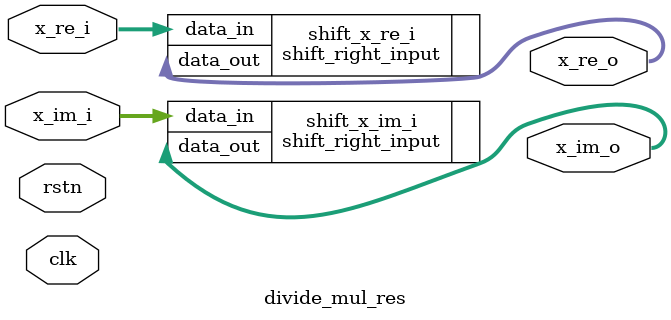
<source format=v>
module divide_mul_res (
    input clk,
    input rstn,

    input [31:0] x_re_i,
    input [31:0] x_im_i,

    output wire [31:0] x_re_o,
    output wire [31:0] x_im_o
    );

shift_right_input shift_x_re_i (
  .data_in(x_re_i),    // input wire [31 : 0] data_in
  .data_out(x_re_o)  // output wire [31 : 0] data_out
);

shift_right_input shift_x_im_i (
  .data_in(x_im_i),    // input wire [31 : 0] data_in
  .data_out(x_im_o)  // output wire [31 : 0] data_out
);

endmodule
</source>
